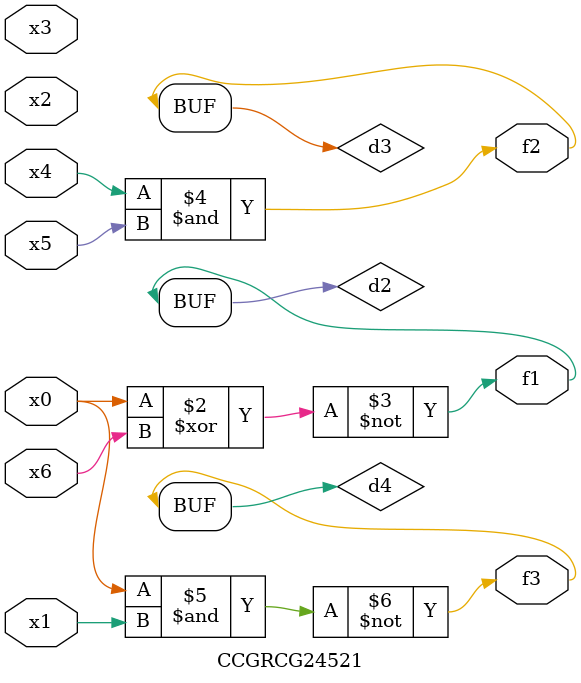
<source format=v>
module CCGRCG24521(
	input x0, x1, x2, x3, x4, x5, x6,
	output f1, f2, f3
);

	wire d1, d2, d3, d4;

	nor (d1, x0);
	xnor (d2, x0, x6);
	and (d3, x4, x5);
	nand (d4, x0, x1);
	assign f1 = d2;
	assign f2 = d3;
	assign f3 = d4;
endmodule

</source>
